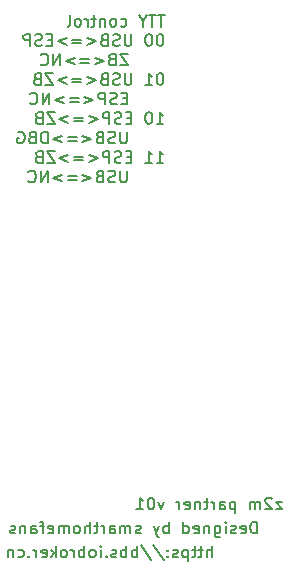
<source format=gbr>
G04 #@! TF.GenerationSoftware,KiCad,Pcbnew,(5.1.4-0-10_14)*
G04 #@! TF.CreationDate,2019-10-28T14:00:27+08:00*
G04 #@! TF.ProjectId,z2m_partner,7a326d5f-7061-4727-946e-65722e6b6963,rev?*
G04 #@! TF.SameCoordinates,Original*
G04 #@! TF.FileFunction,Legend,Bot*
G04 #@! TF.FilePolarity,Positive*
%FSLAX46Y46*%
G04 Gerber Fmt 4.6, Leading zero omitted, Abs format (unit mm)*
G04 Created by KiCad (PCBNEW (5.1.4-0-10_14)) date 2019-10-28 14:00:27*
%MOMM*%
%LPD*%
G04 APERTURE LIST*
%ADD10C,0.150000*%
G04 APERTURE END LIST*
D10*
X189799261Y-79720380D02*
X189227833Y-79720380D01*
X189513547Y-80720380D02*
X189513547Y-79720380D01*
X189037357Y-79720380D02*
X188465928Y-79720380D01*
X188751642Y-80720380D02*
X188751642Y-79720380D01*
X187942119Y-80244190D02*
X187942119Y-80720380D01*
X188275452Y-79720380D02*
X187942119Y-80244190D01*
X187608785Y-79720380D01*
X186084976Y-80672761D02*
X186180214Y-80720380D01*
X186370690Y-80720380D01*
X186465928Y-80672761D01*
X186513547Y-80625142D01*
X186561166Y-80529904D01*
X186561166Y-80244190D01*
X186513547Y-80148952D01*
X186465928Y-80101333D01*
X186370690Y-80053714D01*
X186180214Y-80053714D01*
X186084976Y-80101333D01*
X185513547Y-80720380D02*
X185608785Y-80672761D01*
X185656404Y-80625142D01*
X185704023Y-80529904D01*
X185704023Y-80244190D01*
X185656404Y-80148952D01*
X185608785Y-80101333D01*
X185513547Y-80053714D01*
X185370690Y-80053714D01*
X185275452Y-80101333D01*
X185227833Y-80148952D01*
X185180214Y-80244190D01*
X185180214Y-80529904D01*
X185227833Y-80625142D01*
X185275452Y-80672761D01*
X185370690Y-80720380D01*
X185513547Y-80720380D01*
X184751642Y-80053714D02*
X184751642Y-80720380D01*
X184751642Y-80148952D02*
X184704023Y-80101333D01*
X184608785Y-80053714D01*
X184465928Y-80053714D01*
X184370690Y-80101333D01*
X184323071Y-80196571D01*
X184323071Y-80720380D01*
X183989738Y-80053714D02*
X183608785Y-80053714D01*
X183846880Y-79720380D02*
X183846880Y-80577523D01*
X183799261Y-80672761D01*
X183704023Y-80720380D01*
X183608785Y-80720380D01*
X183275452Y-80720380D02*
X183275452Y-80053714D01*
X183275452Y-80244190D02*
X183227833Y-80148952D01*
X183180214Y-80101333D01*
X183084976Y-80053714D01*
X182989738Y-80053714D01*
X182513547Y-80720380D02*
X182608785Y-80672761D01*
X182656404Y-80625142D01*
X182704023Y-80529904D01*
X182704023Y-80244190D01*
X182656404Y-80148952D01*
X182608785Y-80101333D01*
X182513547Y-80053714D01*
X182370690Y-80053714D01*
X182275452Y-80101333D01*
X182227833Y-80148952D01*
X182180214Y-80244190D01*
X182180214Y-80529904D01*
X182227833Y-80625142D01*
X182275452Y-80672761D01*
X182370690Y-80720380D01*
X182513547Y-80720380D01*
X181608785Y-80720380D02*
X181704023Y-80672761D01*
X181751642Y-80577523D01*
X181751642Y-79720380D01*
X189465928Y-81370380D02*
X189370690Y-81370380D01*
X189275452Y-81418000D01*
X189227833Y-81465619D01*
X189180214Y-81560857D01*
X189132595Y-81751333D01*
X189132595Y-81989428D01*
X189180214Y-82179904D01*
X189227833Y-82275142D01*
X189275452Y-82322761D01*
X189370690Y-82370380D01*
X189465928Y-82370380D01*
X189561166Y-82322761D01*
X189608785Y-82275142D01*
X189656404Y-82179904D01*
X189704023Y-81989428D01*
X189704023Y-81751333D01*
X189656404Y-81560857D01*
X189608785Y-81465619D01*
X189561166Y-81418000D01*
X189465928Y-81370380D01*
X188513547Y-81370380D02*
X188418309Y-81370380D01*
X188323071Y-81418000D01*
X188275452Y-81465619D01*
X188227833Y-81560857D01*
X188180214Y-81751333D01*
X188180214Y-81989428D01*
X188227833Y-82179904D01*
X188275452Y-82275142D01*
X188323071Y-82322761D01*
X188418309Y-82370380D01*
X188513547Y-82370380D01*
X188608785Y-82322761D01*
X188656404Y-82275142D01*
X188704023Y-82179904D01*
X188751642Y-81989428D01*
X188751642Y-81751333D01*
X188704023Y-81560857D01*
X188656404Y-81465619D01*
X188608785Y-81418000D01*
X188513547Y-81370380D01*
X186989738Y-81370380D02*
X186989738Y-82179904D01*
X186942119Y-82275142D01*
X186894500Y-82322761D01*
X186799261Y-82370380D01*
X186608785Y-82370380D01*
X186513547Y-82322761D01*
X186465928Y-82275142D01*
X186418309Y-82179904D01*
X186418309Y-81370380D01*
X185989738Y-82322761D02*
X185846880Y-82370380D01*
X185608785Y-82370380D01*
X185513547Y-82322761D01*
X185465928Y-82275142D01*
X185418309Y-82179904D01*
X185418309Y-82084666D01*
X185465928Y-81989428D01*
X185513547Y-81941809D01*
X185608785Y-81894190D01*
X185799261Y-81846571D01*
X185894500Y-81798952D01*
X185942119Y-81751333D01*
X185989738Y-81656095D01*
X185989738Y-81560857D01*
X185942119Y-81465619D01*
X185894500Y-81418000D01*
X185799261Y-81370380D01*
X185561166Y-81370380D01*
X185418309Y-81418000D01*
X184656404Y-81846571D02*
X184513547Y-81894190D01*
X184465928Y-81941809D01*
X184418309Y-82037047D01*
X184418309Y-82179904D01*
X184465928Y-82275142D01*
X184513547Y-82322761D01*
X184608785Y-82370380D01*
X184989738Y-82370380D01*
X184989738Y-81370380D01*
X184656404Y-81370380D01*
X184561166Y-81418000D01*
X184513547Y-81465619D01*
X184465928Y-81560857D01*
X184465928Y-81656095D01*
X184513547Y-81751333D01*
X184561166Y-81798952D01*
X184656404Y-81846571D01*
X184989738Y-81846571D01*
X183227833Y-81703714D02*
X183989738Y-81989428D01*
X183227833Y-82275142D01*
X182751642Y-81846571D02*
X181989738Y-81846571D01*
X181989738Y-82132285D02*
X182751642Y-82132285D01*
X181513547Y-81703714D02*
X180751642Y-81989428D01*
X181513547Y-82275142D01*
X180275452Y-81846571D02*
X179942119Y-81846571D01*
X179799261Y-82370380D02*
X180275452Y-82370380D01*
X180275452Y-81370380D01*
X179799261Y-81370380D01*
X179418309Y-82322761D02*
X179275452Y-82370380D01*
X179037357Y-82370380D01*
X178942119Y-82322761D01*
X178894500Y-82275142D01*
X178846880Y-82179904D01*
X178846880Y-82084666D01*
X178894500Y-81989428D01*
X178942119Y-81941809D01*
X179037357Y-81894190D01*
X179227833Y-81846571D01*
X179323071Y-81798952D01*
X179370690Y-81751333D01*
X179418309Y-81656095D01*
X179418309Y-81560857D01*
X179370690Y-81465619D01*
X179323071Y-81418000D01*
X179227833Y-81370380D01*
X178989738Y-81370380D01*
X178846880Y-81418000D01*
X178418309Y-82370380D02*
X178418309Y-81370380D01*
X178037357Y-81370380D01*
X177942119Y-81418000D01*
X177894500Y-81465619D01*
X177846880Y-81560857D01*
X177846880Y-81703714D01*
X177894500Y-81798952D01*
X177942119Y-81846571D01*
X178037357Y-81894190D01*
X178418309Y-81894190D01*
X186704023Y-83020380D02*
X186037357Y-83020380D01*
X186704023Y-84020380D01*
X186037357Y-84020380D01*
X185323071Y-83496571D02*
X185180214Y-83544190D01*
X185132595Y-83591809D01*
X185084976Y-83687047D01*
X185084976Y-83829904D01*
X185132595Y-83925142D01*
X185180214Y-83972761D01*
X185275452Y-84020380D01*
X185656404Y-84020380D01*
X185656404Y-83020380D01*
X185323071Y-83020380D01*
X185227833Y-83068000D01*
X185180214Y-83115619D01*
X185132595Y-83210857D01*
X185132595Y-83306095D01*
X185180214Y-83401333D01*
X185227833Y-83448952D01*
X185323071Y-83496571D01*
X185656404Y-83496571D01*
X183894500Y-83353714D02*
X184656404Y-83639428D01*
X183894500Y-83925142D01*
X183418309Y-83496571D02*
X182656404Y-83496571D01*
X182656404Y-83782285D02*
X183418309Y-83782285D01*
X182180214Y-83353714D02*
X181418309Y-83639428D01*
X182180214Y-83925142D01*
X180942119Y-84020380D02*
X180942119Y-83020380D01*
X180370690Y-84020380D01*
X180370690Y-83020380D01*
X179323071Y-83925142D02*
X179370690Y-83972761D01*
X179513547Y-84020380D01*
X179608785Y-84020380D01*
X179751642Y-83972761D01*
X179846880Y-83877523D01*
X179894500Y-83782285D01*
X179942119Y-83591809D01*
X179942119Y-83448952D01*
X179894500Y-83258476D01*
X179846880Y-83163238D01*
X179751642Y-83068000D01*
X179608785Y-83020380D01*
X179513547Y-83020380D01*
X179370690Y-83068000D01*
X179323071Y-83115619D01*
X189465928Y-84670380D02*
X189370690Y-84670380D01*
X189275452Y-84718000D01*
X189227833Y-84765619D01*
X189180214Y-84860857D01*
X189132595Y-85051333D01*
X189132595Y-85289428D01*
X189180214Y-85479904D01*
X189227833Y-85575142D01*
X189275452Y-85622761D01*
X189370690Y-85670380D01*
X189465928Y-85670380D01*
X189561166Y-85622761D01*
X189608785Y-85575142D01*
X189656404Y-85479904D01*
X189704023Y-85289428D01*
X189704023Y-85051333D01*
X189656404Y-84860857D01*
X189608785Y-84765619D01*
X189561166Y-84718000D01*
X189465928Y-84670380D01*
X188180214Y-85670380D02*
X188751642Y-85670380D01*
X188465928Y-85670380D02*
X188465928Y-84670380D01*
X188561166Y-84813238D01*
X188656404Y-84908476D01*
X188751642Y-84956095D01*
X186989738Y-84670380D02*
X186989738Y-85479904D01*
X186942119Y-85575142D01*
X186894500Y-85622761D01*
X186799261Y-85670380D01*
X186608785Y-85670380D01*
X186513547Y-85622761D01*
X186465928Y-85575142D01*
X186418309Y-85479904D01*
X186418309Y-84670380D01*
X185989738Y-85622761D02*
X185846880Y-85670380D01*
X185608785Y-85670380D01*
X185513547Y-85622761D01*
X185465928Y-85575142D01*
X185418309Y-85479904D01*
X185418309Y-85384666D01*
X185465928Y-85289428D01*
X185513547Y-85241809D01*
X185608785Y-85194190D01*
X185799261Y-85146571D01*
X185894500Y-85098952D01*
X185942119Y-85051333D01*
X185989738Y-84956095D01*
X185989738Y-84860857D01*
X185942119Y-84765619D01*
X185894500Y-84718000D01*
X185799261Y-84670380D01*
X185561166Y-84670380D01*
X185418309Y-84718000D01*
X184656404Y-85146571D02*
X184513547Y-85194190D01*
X184465928Y-85241809D01*
X184418309Y-85337047D01*
X184418309Y-85479904D01*
X184465928Y-85575142D01*
X184513547Y-85622761D01*
X184608785Y-85670380D01*
X184989738Y-85670380D01*
X184989738Y-84670380D01*
X184656404Y-84670380D01*
X184561166Y-84718000D01*
X184513547Y-84765619D01*
X184465928Y-84860857D01*
X184465928Y-84956095D01*
X184513547Y-85051333D01*
X184561166Y-85098952D01*
X184656404Y-85146571D01*
X184989738Y-85146571D01*
X183227833Y-85003714D02*
X183989738Y-85289428D01*
X183227833Y-85575142D01*
X182751642Y-85146571D02*
X181989738Y-85146571D01*
X181989738Y-85432285D02*
X182751642Y-85432285D01*
X181513547Y-85003714D02*
X180751642Y-85289428D01*
X181513547Y-85575142D01*
X180370690Y-84670380D02*
X179704023Y-84670380D01*
X180370690Y-85670380D01*
X179704023Y-85670380D01*
X178989738Y-85146571D02*
X178846880Y-85194190D01*
X178799261Y-85241809D01*
X178751642Y-85337047D01*
X178751642Y-85479904D01*
X178799261Y-85575142D01*
X178846880Y-85622761D01*
X178942119Y-85670380D01*
X179323071Y-85670380D01*
X179323071Y-84670380D01*
X178989738Y-84670380D01*
X178894500Y-84718000D01*
X178846880Y-84765619D01*
X178799261Y-84860857D01*
X178799261Y-84956095D01*
X178846880Y-85051333D01*
X178894500Y-85098952D01*
X178989738Y-85146571D01*
X179323071Y-85146571D01*
X186608785Y-86796571D02*
X186275452Y-86796571D01*
X186132595Y-87320380D02*
X186608785Y-87320380D01*
X186608785Y-86320380D01*
X186132595Y-86320380D01*
X185751642Y-87272761D02*
X185608785Y-87320380D01*
X185370690Y-87320380D01*
X185275452Y-87272761D01*
X185227833Y-87225142D01*
X185180214Y-87129904D01*
X185180214Y-87034666D01*
X185227833Y-86939428D01*
X185275452Y-86891809D01*
X185370690Y-86844190D01*
X185561166Y-86796571D01*
X185656404Y-86748952D01*
X185704023Y-86701333D01*
X185751642Y-86606095D01*
X185751642Y-86510857D01*
X185704023Y-86415619D01*
X185656404Y-86368000D01*
X185561166Y-86320380D01*
X185323071Y-86320380D01*
X185180214Y-86368000D01*
X184751642Y-87320380D02*
X184751642Y-86320380D01*
X184370690Y-86320380D01*
X184275452Y-86368000D01*
X184227833Y-86415619D01*
X184180214Y-86510857D01*
X184180214Y-86653714D01*
X184227833Y-86748952D01*
X184275452Y-86796571D01*
X184370690Y-86844190D01*
X184751642Y-86844190D01*
X182989738Y-86653714D02*
X183751642Y-86939428D01*
X182989738Y-87225142D01*
X182513547Y-86796571D02*
X181751642Y-86796571D01*
X181751642Y-87082285D02*
X182513547Y-87082285D01*
X181275452Y-86653714D02*
X180513547Y-86939428D01*
X181275452Y-87225142D01*
X180037357Y-87320380D02*
X180037357Y-86320380D01*
X179465928Y-87320380D01*
X179465928Y-86320380D01*
X178418309Y-87225142D02*
X178465928Y-87272761D01*
X178608785Y-87320380D01*
X178704023Y-87320380D01*
X178846880Y-87272761D01*
X178942119Y-87177523D01*
X178989738Y-87082285D01*
X179037357Y-86891809D01*
X179037357Y-86748952D01*
X178989738Y-86558476D01*
X178942119Y-86463238D01*
X178846880Y-86368000D01*
X178704023Y-86320380D01*
X178608785Y-86320380D01*
X178465928Y-86368000D01*
X178418309Y-86415619D01*
X189132595Y-88970380D02*
X189704023Y-88970380D01*
X189418309Y-88970380D02*
X189418309Y-87970380D01*
X189513547Y-88113238D01*
X189608785Y-88208476D01*
X189704023Y-88256095D01*
X188513547Y-87970380D02*
X188418309Y-87970380D01*
X188323071Y-88018000D01*
X188275452Y-88065619D01*
X188227833Y-88160857D01*
X188180214Y-88351333D01*
X188180214Y-88589428D01*
X188227833Y-88779904D01*
X188275452Y-88875142D01*
X188323071Y-88922761D01*
X188418309Y-88970380D01*
X188513547Y-88970380D01*
X188608785Y-88922761D01*
X188656404Y-88875142D01*
X188704023Y-88779904D01*
X188751642Y-88589428D01*
X188751642Y-88351333D01*
X188704023Y-88160857D01*
X188656404Y-88065619D01*
X188608785Y-88018000D01*
X188513547Y-87970380D01*
X186989738Y-88446571D02*
X186656404Y-88446571D01*
X186513547Y-88970380D02*
X186989738Y-88970380D01*
X186989738Y-87970380D01*
X186513547Y-87970380D01*
X186132595Y-88922761D02*
X185989738Y-88970380D01*
X185751642Y-88970380D01*
X185656404Y-88922761D01*
X185608785Y-88875142D01*
X185561166Y-88779904D01*
X185561166Y-88684666D01*
X185608785Y-88589428D01*
X185656404Y-88541809D01*
X185751642Y-88494190D01*
X185942119Y-88446571D01*
X186037357Y-88398952D01*
X186084976Y-88351333D01*
X186132595Y-88256095D01*
X186132595Y-88160857D01*
X186084976Y-88065619D01*
X186037357Y-88018000D01*
X185942119Y-87970380D01*
X185704023Y-87970380D01*
X185561166Y-88018000D01*
X185132595Y-88970380D02*
X185132595Y-87970380D01*
X184751642Y-87970380D01*
X184656404Y-88018000D01*
X184608785Y-88065619D01*
X184561166Y-88160857D01*
X184561166Y-88303714D01*
X184608785Y-88398952D01*
X184656404Y-88446571D01*
X184751642Y-88494190D01*
X185132595Y-88494190D01*
X183370690Y-88303714D02*
X184132595Y-88589428D01*
X183370690Y-88875142D01*
X182894500Y-88446571D02*
X182132595Y-88446571D01*
X182132595Y-88732285D02*
X182894500Y-88732285D01*
X181656404Y-88303714D02*
X180894500Y-88589428D01*
X181656404Y-88875142D01*
X180513547Y-87970380D02*
X179846880Y-87970380D01*
X180513547Y-88970380D01*
X179846880Y-88970380D01*
X179132595Y-88446571D02*
X178989738Y-88494190D01*
X178942119Y-88541809D01*
X178894500Y-88637047D01*
X178894500Y-88779904D01*
X178942119Y-88875142D01*
X178989738Y-88922761D01*
X179084976Y-88970380D01*
X179465928Y-88970380D01*
X179465928Y-87970380D01*
X179132595Y-87970380D01*
X179037357Y-88018000D01*
X178989738Y-88065619D01*
X178942119Y-88160857D01*
X178942119Y-88256095D01*
X178989738Y-88351333D01*
X179037357Y-88398952D01*
X179132595Y-88446571D01*
X179465928Y-88446571D01*
X186608785Y-89620380D02*
X186608785Y-90429904D01*
X186561166Y-90525142D01*
X186513547Y-90572761D01*
X186418309Y-90620380D01*
X186227833Y-90620380D01*
X186132595Y-90572761D01*
X186084976Y-90525142D01*
X186037357Y-90429904D01*
X186037357Y-89620380D01*
X185608785Y-90572761D02*
X185465928Y-90620380D01*
X185227833Y-90620380D01*
X185132595Y-90572761D01*
X185084976Y-90525142D01*
X185037357Y-90429904D01*
X185037357Y-90334666D01*
X185084976Y-90239428D01*
X185132595Y-90191809D01*
X185227833Y-90144190D01*
X185418309Y-90096571D01*
X185513547Y-90048952D01*
X185561166Y-90001333D01*
X185608785Y-89906095D01*
X185608785Y-89810857D01*
X185561166Y-89715619D01*
X185513547Y-89668000D01*
X185418309Y-89620380D01*
X185180214Y-89620380D01*
X185037357Y-89668000D01*
X184275452Y-90096571D02*
X184132595Y-90144190D01*
X184084976Y-90191809D01*
X184037357Y-90287047D01*
X184037357Y-90429904D01*
X184084976Y-90525142D01*
X184132595Y-90572761D01*
X184227833Y-90620380D01*
X184608785Y-90620380D01*
X184608785Y-89620380D01*
X184275452Y-89620380D01*
X184180214Y-89668000D01*
X184132595Y-89715619D01*
X184084976Y-89810857D01*
X184084976Y-89906095D01*
X184132595Y-90001333D01*
X184180214Y-90048952D01*
X184275452Y-90096571D01*
X184608785Y-90096571D01*
X182846880Y-89953714D02*
X183608785Y-90239428D01*
X182846880Y-90525142D01*
X182370690Y-90096571D02*
X181608785Y-90096571D01*
X181608785Y-90382285D02*
X182370690Y-90382285D01*
X181132595Y-89953714D02*
X180370690Y-90239428D01*
X181132595Y-90525142D01*
X179894500Y-90620380D02*
X179894500Y-89620380D01*
X179656404Y-89620380D01*
X179513547Y-89668000D01*
X179418309Y-89763238D01*
X179370690Y-89858476D01*
X179323071Y-90048952D01*
X179323071Y-90191809D01*
X179370690Y-90382285D01*
X179418309Y-90477523D01*
X179513547Y-90572761D01*
X179656404Y-90620380D01*
X179894500Y-90620380D01*
X178561166Y-90096571D02*
X178418309Y-90144190D01*
X178370690Y-90191809D01*
X178323071Y-90287047D01*
X178323071Y-90429904D01*
X178370690Y-90525142D01*
X178418309Y-90572761D01*
X178513547Y-90620380D01*
X178894500Y-90620380D01*
X178894500Y-89620380D01*
X178561166Y-89620380D01*
X178465928Y-89668000D01*
X178418309Y-89715619D01*
X178370690Y-89810857D01*
X178370690Y-89906095D01*
X178418309Y-90001333D01*
X178465928Y-90048952D01*
X178561166Y-90096571D01*
X178894500Y-90096571D01*
X177370690Y-89668000D02*
X177465928Y-89620380D01*
X177608785Y-89620380D01*
X177751642Y-89668000D01*
X177846880Y-89763238D01*
X177894500Y-89858476D01*
X177942119Y-90048952D01*
X177942119Y-90191809D01*
X177894500Y-90382285D01*
X177846880Y-90477523D01*
X177751642Y-90572761D01*
X177608785Y-90620380D01*
X177513547Y-90620380D01*
X177370690Y-90572761D01*
X177323071Y-90525142D01*
X177323071Y-90191809D01*
X177513547Y-90191809D01*
X189132595Y-92270380D02*
X189704023Y-92270380D01*
X189418309Y-92270380D02*
X189418309Y-91270380D01*
X189513547Y-91413238D01*
X189608785Y-91508476D01*
X189704023Y-91556095D01*
X188180214Y-92270380D02*
X188751642Y-92270380D01*
X188465928Y-92270380D02*
X188465928Y-91270380D01*
X188561166Y-91413238D01*
X188656404Y-91508476D01*
X188751642Y-91556095D01*
X186989738Y-91746571D02*
X186656404Y-91746571D01*
X186513547Y-92270380D02*
X186989738Y-92270380D01*
X186989738Y-91270380D01*
X186513547Y-91270380D01*
X186132595Y-92222761D02*
X185989738Y-92270380D01*
X185751642Y-92270380D01*
X185656404Y-92222761D01*
X185608785Y-92175142D01*
X185561166Y-92079904D01*
X185561166Y-91984666D01*
X185608785Y-91889428D01*
X185656404Y-91841809D01*
X185751642Y-91794190D01*
X185942119Y-91746571D01*
X186037357Y-91698952D01*
X186084976Y-91651333D01*
X186132595Y-91556095D01*
X186132595Y-91460857D01*
X186084976Y-91365619D01*
X186037357Y-91318000D01*
X185942119Y-91270380D01*
X185704023Y-91270380D01*
X185561166Y-91318000D01*
X185132595Y-92270380D02*
X185132595Y-91270380D01*
X184751642Y-91270380D01*
X184656404Y-91318000D01*
X184608785Y-91365619D01*
X184561166Y-91460857D01*
X184561166Y-91603714D01*
X184608785Y-91698952D01*
X184656404Y-91746571D01*
X184751642Y-91794190D01*
X185132595Y-91794190D01*
X183370690Y-91603714D02*
X184132595Y-91889428D01*
X183370690Y-92175142D01*
X182894500Y-91746571D02*
X182132595Y-91746571D01*
X182132595Y-92032285D02*
X182894500Y-92032285D01*
X181656404Y-91603714D02*
X180894500Y-91889428D01*
X181656404Y-92175142D01*
X180513547Y-91270380D02*
X179846880Y-91270380D01*
X180513547Y-92270380D01*
X179846880Y-92270380D01*
X179132595Y-91746571D02*
X178989738Y-91794190D01*
X178942119Y-91841809D01*
X178894500Y-91937047D01*
X178894500Y-92079904D01*
X178942119Y-92175142D01*
X178989738Y-92222761D01*
X179084976Y-92270380D01*
X179465928Y-92270380D01*
X179465928Y-91270380D01*
X179132595Y-91270380D01*
X179037357Y-91318000D01*
X178989738Y-91365619D01*
X178942119Y-91460857D01*
X178942119Y-91556095D01*
X178989738Y-91651333D01*
X179037357Y-91698952D01*
X179132595Y-91746571D01*
X179465928Y-91746571D01*
X186608785Y-92920380D02*
X186608785Y-93729904D01*
X186561166Y-93825142D01*
X186513547Y-93872761D01*
X186418309Y-93920380D01*
X186227833Y-93920380D01*
X186132595Y-93872761D01*
X186084976Y-93825142D01*
X186037357Y-93729904D01*
X186037357Y-92920380D01*
X185608785Y-93872761D02*
X185465928Y-93920380D01*
X185227833Y-93920380D01*
X185132595Y-93872761D01*
X185084976Y-93825142D01*
X185037357Y-93729904D01*
X185037357Y-93634666D01*
X185084976Y-93539428D01*
X185132595Y-93491809D01*
X185227833Y-93444190D01*
X185418309Y-93396571D01*
X185513547Y-93348952D01*
X185561166Y-93301333D01*
X185608785Y-93206095D01*
X185608785Y-93110857D01*
X185561166Y-93015619D01*
X185513547Y-92968000D01*
X185418309Y-92920380D01*
X185180214Y-92920380D01*
X185037357Y-92968000D01*
X184275452Y-93396571D02*
X184132595Y-93444190D01*
X184084976Y-93491809D01*
X184037357Y-93587047D01*
X184037357Y-93729904D01*
X184084976Y-93825142D01*
X184132595Y-93872761D01*
X184227833Y-93920380D01*
X184608785Y-93920380D01*
X184608785Y-92920380D01*
X184275452Y-92920380D01*
X184180214Y-92968000D01*
X184132595Y-93015619D01*
X184084976Y-93110857D01*
X184084976Y-93206095D01*
X184132595Y-93301333D01*
X184180214Y-93348952D01*
X184275452Y-93396571D01*
X184608785Y-93396571D01*
X182846880Y-93253714D02*
X183608785Y-93539428D01*
X182846880Y-93825142D01*
X182370690Y-93396571D02*
X181608785Y-93396571D01*
X181608785Y-93682285D02*
X182370690Y-93682285D01*
X181132595Y-93253714D02*
X180370690Y-93539428D01*
X181132595Y-93825142D01*
X179894500Y-93920380D02*
X179894500Y-92920380D01*
X179323071Y-93920380D01*
X179323071Y-92920380D01*
X178275452Y-93825142D02*
X178323071Y-93872761D01*
X178465928Y-93920380D01*
X178561166Y-93920380D01*
X178704023Y-93872761D01*
X178799261Y-93777523D01*
X178846880Y-93682285D01*
X178894500Y-93491809D01*
X178894500Y-93348952D01*
X178846880Y-93158476D01*
X178799261Y-93063238D01*
X178704023Y-92968000D01*
X178561166Y-92920380D01*
X178465928Y-92920380D01*
X178323071Y-92968000D01*
X178275452Y-93015619D01*
X193808857Y-125674380D02*
X193808857Y-124674380D01*
X193380285Y-125674380D02*
X193380285Y-125150571D01*
X193427904Y-125055333D01*
X193523142Y-125007714D01*
X193666000Y-125007714D01*
X193761238Y-125055333D01*
X193808857Y-125102952D01*
X193046952Y-125007714D02*
X192666000Y-125007714D01*
X192904095Y-124674380D02*
X192904095Y-125531523D01*
X192856476Y-125626761D01*
X192761238Y-125674380D01*
X192666000Y-125674380D01*
X192475523Y-125007714D02*
X192094571Y-125007714D01*
X192332666Y-124674380D02*
X192332666Y-125531523D01*
X192285047Y-125626761D01*
X192189809Y-125674380D01*
X192094571Y-125674380D01*
X191761238Y-125007714D02*
X191761238Y-126007714D01*
X191761238Y-125055333D02*
X191666000Y-125007714D01*
X191475523Y-125007714D01*
X191380285Y-125055333D01*
X191332666Y-125102952D01*
X191285047Y-125198190D01*
X191285047Y-125483904D01*
X191332666Y-125579142D01*
X191380285Y-125626761D01*
X191475523Y-125674380D01*
X191666000Y-125674380D01*
X191761238Y-125626761D01*
X190904095Y-125626761D02*
X190808857Y-125674380D01*
X190618380Y-125674380D01*
X190523142Y-125626761D01*
X190475523Y-125531523D01*
X190475523Y-125483904D01*
X190523142Y-125388666D01*
X190618380Y-125341047D01*
X190761238Y-125341047D01*
X190856476Y-125293428D01*
X190904095Y-125198190D01*
X190904095Y-125150571D01*
X190856476Y-125055333D01*
X190761238Y-125007714D01*
X190618380Y-125007714D01*
X190523142Y-125055333D01*
X190046952Y-125579142D02*
X189999333Y-125626761D01*
X190046952Y-125674380D01*
X190094571Y-125626761D01*
X190046952Y-125579142D01*
X190046952Y-125674380D01*
X190046952Y-125055333D02*
X189999333Y-125102952D01*
X190046952Y-125150571D01*
X190094571Y-125102952D01*
X190046952Y-125055333D01*
X190046952Y-125150571D01*
X188856476Y-124626761D02*
X189713619Y-125912476D01*
X187808857Y-124626761D02*
X188666000Y-125912476D01*
X187475523Y-125674380D02*
X187475523Y-124674380D01*
X187475523Y-125055333D02*
X187380285Y-125007714D01*
X187189809Y-125007714D01*
X187094571Y-125055333D01*
X187046952Y-125102952D01*
X186999333Y-125198190D01*
X186999333Y-125483904D01*
X187046952Y-125579142D01*
X187094571Y-125626761D01*
X187189809Y-125674380D01*
X187380285Y-125674380D01*
X187475523Y-125626761D01*
X186570761Y-125674380D02*
X186570761Y-124674380D01*
X186570761Y-125055333D02*
X186475523Y-125007714D01*
X186285047Y-125007714D01*
X186189809Y-125055333D01*
X186142190Y-125102952D01*
X186094571Y-125198190D01*
X186094571Y-125483904D01*
X186142190Y-125579142D01*
X186189809Y-125626761D01*
X186285047Y-125674380D01*
X186475523Y-125674380D01*
X186570761Y-125626761D01*
X185713619Y-125626761D02*
X185618380Y-125674380D01*
X185427904Y-125674380D01*
X185332666Y-125626761D01*
X185285047Y-125531523D01*
X185285047Y-125483904D01*
X185332666Y-125388666D01*
X185427904Y-125341047D01*
X185570761Y-125341047D01*
X185666000Y-125293428D01*
X185713619Y-125198190D01*
X185713619Y-125150571D01*
X185666000Y-125055333D01*
X185570761Y-125007714D01*
X185427904Y-125007714D01*
X185332666Y-125055333D01*
X184856476Y-125579142D02*
X184808857Y-125626761D01*
X184856476Y-125674380D01*
X184904095Y-125626761D01*
X184856476Y-125579142D01*
X184856476Y-125674380D01*
X184380285Y-125674380D02*
X184380285Y-125007714D01*
X184380285Y-124674380D02*
X184427904Y-124722000D01*
X184380285Y-124769619D01*
X184332666Y-124722000D01*
X184380285Y-124674380D01*
X184380285Y-124769619D01*
X183761238Y-125674380D02*
X183856476Y-125626761D01*
X183904095Y-125579142D01*
X183951714Y-125483904D01*
X183951714Y-125198190D01*
X183904095Y-125102952D01*
X183856476Y-125055333D01*
X183761238Y-125007714D01*
X183618380Y-125007714D01*
X183523142Y-125055333D01*
X183475523Y-125102952D01*
X183427904Y-125198190D01*
X183427904Y-125483904D01*
X183475523Y-125579142D01*
X183523142Y-125626761D01*
X183618380Y-125674380D01*
X183761238Y-125674380D01*
X182999333Y-125674380D02*
X182999333Y-124674380D01*
X182999333Y-125055333D02*
X182904095Y-125007714D01*
X182713619Y-125007714D01*
X182618380Y-125055333D01*
X182570761Y-125102952D01*
X182523142Y-125198190D01*
X182523142Y-125483904D01*
X182570761Y-125579142D01*
X182618380Y-125626761D01*
X182713619Y-125674380D01*
X182904095Y-125674380D01*
X182999333Y-125626761D01*
X182094571Y-125674380D02*
X182094571Y-125007714D01*
X182094571Y-125198190D02*
X182046952Y-125102952D01*
X181999333Y-125055333D01*
X181904095Y-125007714D01*
X181808857Y-125007714D01*
X181332666Y-125674380D02*
X181427904Y-125626761D01*
X181475523Y-125579142D01*
X181523142Y-125483904D01*
X181523142Y-125198190D01*
X181475523Y-125102952D01*
X181427904Y-125055333D01*
X181332666Y-125007714D01*
X181189809Y-125007714D01*
X181094571Y-125055333D01*
X181046952Y-125102952D01*
X180999333Y-125198190D01*
X180999333Y-125483904D01*
X181046952Y-125579142D01*
X181094571Y-125626761D01*
X181189809Y-125674380D01*
X181332666Y-125674380D01*
X180570761Y-125674380D02*
X180570761Y-124674380D01*
X180475523Y-125293428D02*
X180189809Y-125674380D01*
X180189809Y-125007714D02*
X180570761Y-125388666D01*
X179380285Y-125626761D02*
X179475523Y-125674380D01*
X179666000Y-125674380D01*
X179761238Y-125626761D01*
X179808857Y-125531523D01*
X179808857Y-125150571D01*
X179761238Y-125055333D01*
X179666000Y-125007714D01*
X179475523Y-125007714D01*
X179380285Y-125055333D01*
X179332666Y-125150571D01*
X179332666Y-125245809D01*
X179808857Y-125341047D01*
X178904095Y-125674380D02*
X178904095Y-125007714D01*
X178904095Y-125198190D02*
X178856476Y-125102952D01*
X178808857Y-125055333D01*
X178713619Y-125007714D01*
X178618380Y-125007714D01*
X178285047Y-125579142D02*
X178237428Y-125626761D01*
X178285047Y-125674380D01*
X178332666Y-125626761D01*
X178285047Y-125579142D01*
X178285047Y-125674380D01*
X177380285Y-125626761D02*
X177475523Y-125674380D01*
X177666000Y-125674380D01*
X177761238Y-125626761D01*
X177808857Y-125579142D01*
X177856476Y-125483904D01*
X177856476Y-125198190D01*
X177808857Y-125102952D01*
X177761238Y-125055333D01*
X177666000Y-125007714D01*
X177475523Y-125007714D01*
X177380285Y-125055333D01*
X176951714Y-125007714D02*
X176951714Y-125674380D01*
X176951714Y-125102952D02*
X176904095Y-125055333D01*
X176808857Y-125007714D01*
X176666000Y-125007714D01*
X176570761Y-125055333D01*
X176523142Y-125150571D01*
X176523142Y-125674380D01*
X197626571Y-123642380D02*
X197626571Y-122642380D01*
X197388476Y-122642380D01*
X197245619Y-122690000D01*
X197150380Y-122785238D01*
X197102761Y-122880476D01*
X197055142Y-123070952D01*
X197055142Y-123213809D01*
X197102761Y-123404285D01*
X197150380Y-123499523D01*
X197245619Y-123594761D01*
X197388476Y-123642380D01*
X197626571Y-123642380D01*
X196245619Y-123594761D02*
X196340857Y-123642380D01*
X196531333Y-123642380D01*
X196626571Y-123594761D01*
X196674190Y-123499523D01*
X196674190Y-123118571D01*
X196626571Y-123023333D01*
X196531333Y-122975714D01*
X196340857Y-122975714D01*
X196245619Y-123023333D01*
X196198000Y-123118571D01*
X196198000Y-123213809D01*
X196674190Y-123309047D01*
X195817047Y-123594761D02*
X195721809Y-123642380D01*
X195531333Y-123642380D01*
X195436095Y-123594761D01*
X195388476Y-123499523D01*
X195388476Y-123451904D01*
X195436095Y-123356666D01*
X195531333Y-123309047D01*
X195674190Y-123309047D01*
X195769428Y-123261428D01*
X195817047Y-123166190D01*
X195817047Y-123118571D01*
X195769428Y-123023333D01*
X195674190Y-122975714D01*
X195531333Y-122975714D01*
X195436095Y-123023333D01*
X194959904Y-123642380D02*
X194959904Y-122975714D01*
X194959904Y-122642380D02*
X195007523Y-122690000D01*
X194959904Y-122737619D01*
X194912285Y-122690000D01*
X194959904Y-122642380D01*
X194959904Y-122737619D01*
X194055142Y-122975714D02*
X194055142Y-123785238D01*
X194102761Y-123880476D01*
X194150380Y-123928095D01*
X194245619Y-123975714D01*
X194388476Y-123975714D01*
X194483714Y-123928095D01*
X194055142Y-123594761D02*
X194150380Y-123642380D01*
X194340857Y-123642380D01*
X194436095Y-123594761D01*
X194483714Y-123547142D01*
X194531333Y-123451904D01*
X194531333Y-123166190D01*
X194483714Y-123070952D01*
X194436095Y-123023333D01*
X194340857Y-122975714D01*
X194150380Y-122975714D01*
X194055142Y-123023333D01*
X193578952Y-122975714D02*
X193578952Y-123642380D01*
X193578952Y-123070952D02*
X193531333Y-123023333D01*
X193436095Y-122975714D01*
X193293238Y-122975714D01*
X193198000Y-123023333D01*
X193150380Y-123118571D01*
X193150380Y-123642380D01*
X192293238Y-123594761D02*
X192388476Y-123642380D01*
X192578952Y-123642380D01*
X192674190Y-123594761D01*
X192721809Y-123499523D01*
X192721809Y-123118571D01*
X192674190Y-123023333D01*
X192578952Y-122975714D01*
X192388476Y-122975714D01*
X192293238Y-123023333D01*
X192245619Y-123118571D01*
X192245619Y-123213809D01*
X192721809Y-123309047D01*
X191388476Y-123642380D02*
X191388476Y-122642380D01*
X191388476Y-123594761D02*
X191483714Y-123642380D01*
X191674190Y-123642380D01*
X191769428Y-123594761D01*
X191817047Y-123547142D01*
X191864666Y-123451904D01*
X191864666Y-123166190D01*
X191817047Y-123070952D01*
X191769428Y-123023333D01*
X191674190Y-122975714D01*
X191483714Y-122975714D01*
X191388476Y-123023333D01*
X190150380Y-123642380D02*
X190150380Y-122642380D01*
X190150380Y-123023333D02*
X190055142Y-122975714D01*
X189864666Y-122975714D01*
X189769428Y-123023333D01*
X189721809Y-123070952D01*
X189674190Y-123166190D01*
X189674190Y-123451904D01*
X189721809Y-123547142D01*
X189769428Y-123594761D01*
X189864666Y-123642380D01*
X190055142Y-123642380D01*
X190150380Y-123594761D01*
X189340857Y-122975714D02*
X189102761Y-123642380D01*
X188864666Y-122975714D02*
X189102761Y-123642380D01*
X189198000Y-123880476D01*
X189245619Y-123928095D01*
X189340857Y-123975714D01*
X187769428Y-123594761D02*
X187674190Y-123642380D01*
X187483714Y-123642380D01*
X187388476Y-123594761D01*
X187340857Y-123499523D01*
X187340857Y-123451904D01*
X187388476Y-123356666D01*
X187483714Y-123309047D01*
X187626571Y-123309047D01*
X187721809Y-123261428D01*
X187769428Y-123166190D01*
X187769428Y-123118571D01*
X187721809Y-123023333D01*
X187626571Y-122975714D01*
X187483714Y-122975714D01*
X187388476Y-123023333D01*
X186912285Y-123642380D02*
X186912285Y-122975714D01*
X186912285Y-123070952D02*
X186864666Y-123023333D01*
X186769428Y-122975714D01*
X186626571Y-122975714D01*
X186531333Y-123023333D01*
X186483714Y-123118571D01*
X186483714Y-123642380D01*
X186483714Y-123118571D02*
X186436095Y-123023333D01*
X186340857Y-122975714D01*
X186198000Y-122975714D01*
X186102761Y-123023333D01*
X186055142Y-123118571D01*
X186055142Y-123642380D01*
X185150380Y-123642380D02*
X185150380Y-123118571D01*
X185198000Y-123023333D01*
X185293238Y-122975714D01*
X185483714Y-122975714D01*
X185578952Y-123023333D01*
X185150380Y-123594761D02*
X185245619Y-123642380D01*
X185483714Y-123642380D01*
X185578952Y-123594761D01*
X185626571Y-123499523D01*
X185626571Y-123404285D01*
X185578952Y-123309047D01*
X185483714Y-123261428D01*
X185245619Y-123261428D01*
X185150380Y-123213809D01*
X184674190Y-123642380D02*
X184674190Y-122975714D01*
X184674190Y-123166190D02*
X184626571Y-123070952D01*
X184578952Y-123023333D01*
X184483714Y-122975714D01*
X184388476Y-122975714D01*
X184198000Y-122975714D02*
X183817047Y-122975714D01*
X184055142Y-122642380D02*
X184055142Y-123499523D01*
X184007523Y-123594761D01*
X183912285Y-123642380D01*
X183817047Y-123642380D01*
X183483714Y-123642380D02*
X183483714Y-122642380D01*
X183055142Y-123642380D02*
X183055142Y-123118571D01*
X183102761Y-123023333D01*
X183198000Y-122975714D01*
X183340857Y-122975714D01*
X183436095Y-123023333D01*
X183483714Y-123070952D01*
X182436095Y-123642380D02*
X182531333Y-123594761D01*
X182578952Y-123547142D01*
X182626571Y-123451904D01*
X182626571Y-123166190D01*
X182578952Y-123070952D01*
X182531333Y-123023333D01*
X182436095Y-122975714D01*
X182293238Y-122975714D01*
X182198000Y-123023333D01*
X182150380Y-123070952D01*
X182102761Y-123166190D01*
X182102761Y-123451904D01*
X182150380Y-123547142D01*
X182198000Y-123594761D01*
X182293238Y-123642380D01*
X182436095Y-123642380D01*
X181674190Y-123642380D02*
X181674190Y-122975714D01*
X181674190Y-123070952D02*
X181626571Y-123023333D01*
X181531333Y-122975714D01*
X181388476Y-122975714D01*
X181293238Y-123023333D01*
X181245619Y-123118571D01*
X181245619Y-123642380D01*
X181245619Y-123118571D02*
X181198000Y-123023333D01*
X181102761Y-122975714D01*
X180959904Y-122975714D01*
X180864666Y-123023333D01*
X180817047Y-123118571D01*
X180817047Y-123642380D01*
X179959904Y-123594761D02*
X180055142Y-123642380D01*
X180245619Y-123642380D01*
X180340857Y-123594761D01*
X180388476Y-123499523D01*
X180388476Y-123118571D01*
X180340857Y-123023333D01*
X180245619Y-122975714D01*
X180055142Y-122975714D01*
X179959904Y-123023333D01*
X179912285Y-123118571D01*
X179912285Y-123213809D01*
X180388476Y-123309047D01*
X179626571Y-122975714D02*
X179245619Y-122975714D01*
X179483714Y-123642380D02*
X179483714Y-122785238D01*
X179436095Y-122690000D01*
X179340857Y-122642380D01*
X179245619Y-122642380D01*
X178483714Y-123642380D02*
X178483714Y-123118571D01*
X178531333Y-123023333D01*
X178626571Y-122975714D01*
X178817047Y-122975714D01*
X178912285Y-123023333D01*
X178483714Y-123594761D02*
X178578952Y-123642380D01*
X178817047Y-123642380D01*
X178912285Y-123594761D01*
X178959904Y-123499523D01*
X178959904Y-123404285D01*
X178912285Y-123309047D01*
X178817047Y-123261428D01*
X178578952Y-123261428D01*
X178483714Y-123213809D01*
X178007523Y-122975714D02*
X178007523Y-123642380D01*
X178007523Y-123070952D02*
X177959904Y-123023333D01*
X177864666Y-122975714D01*
X177721809Y-122975714D01*
X177626571Y-123023333D01*
X177578952Y-123118571D01*
X177578952Y-123642380D01*
X177150380Y-123594761D02*
X177055142Y-123642380D01*
X176864666Y-123642380D01*
X176769428Y-123594761D01*
X176721809Y-123499523D01*
X176721809Y-123451904D01*
X176769428Y-123356666D01*
X176864666Y-123309047D01*
X177007523Y-123309047D01*
X177102761Y-123261428D01*
X177150380Y-123166190D01*
X177150380Y-123118571D01*
X177102761Y-123023333D01*
X177007523Y-122975714D01*
X176864666Y-122975714D01*
X176769428Y-123023333D01*
X199738476Y-120943714D02*
X199214666Y-120943714D01*
X199738476Y-121610380D01*
X199214666Y-121610380D01*
X198881333Y-120705619D02*
X198833714Y-120658000D01*
X198738476Y-120610380D01*
X198500380Y-120610380D01*
X198405142Y-120658000D01*
X198357523Y-120705619D01*
X198309904Y-120800857D01*
X198309904Y-120896095D01*
X198357523Y-121038952D01*
X198928952Y-121610380D01*
X198309904Y-121610380D01*
X197881333Y-121610380D02*
X197881333Y-120943714D01*
X197881333Y-121038952D02*
X197833714Y-120991333D01*
X197738476Y-120943714D01*
X197595619Y-120943714D01*
X197500380Y-120991333D01*
X197452761Y-121086571D01*
X197452761Y-121610380D01*
X197452761Y-121086571D02*
X197405142Y-120991333D01*
X197309904Y-120943714D01*
X197167047Y-120943714D01*
X197071809Y-120991333D01*
X197024190Y-121086571D01*
X197024190Y-121610380D01*
X195786095Y-120943714D02*
X195786095Y-121943714D01*
X195786095Y-120991333D02*
X195690857Y-120943714D01*
X195500380Y-120943714D01*
X195405142Y-120991333D01*
X195357523Y-121038952D01*
X195309904Y-121134190D01*
X195309904Y-121419904D01*
X195357523Y-121515142D01*
X195405142Y-121562761D01*
X195500380Y-121610380D01*
X195690857Y-121610380D01*
X195786095Y-121562761D01*
X194452761Y-121610380D02*
X194452761Y-121086571D01*
X194500380Y-120991333D01*
X194595619Y-120943714D01*
X194786095Y-120943714D01*
X194881333Y-120991333D01*
X194452761Y-121562761D02*
X194548000Y-121610380D01*
X194786095Y-121610380D01*
X194881333Y-121562761D01*
X194928952Y-121467523D01*
X194928952Y-121372285D01*
X194881333Y-121277047D01*
X194786095Y-121229428D01*
X194548000Y-121229428D01*
X194452761Y-121181809D01*
X193976571Y-121610380D02*
X193976571Y-120943714D01*
X193976571Y-121134190D02*
X193928952Y-121038952D01*
X193881333Y-120991333D01*
X193786095Y-120943714D01*
X193690857Y-120943714D01*
X193500380Y-120943714D02*
X193119428Y-120943714D01*
X193357523Y-120610380D02*
X193357523Y-121467523D01*
X193309904Y-121562761D01*
X193214666Y-121610380D01*
X193119428Y-121610380D01*
X192786095Y-120943714D02*
X192786095Y-121610380D01*
X192786095Y-121038952D02*
X192738476Y-120991333D01*
X192643238Y-120943714D01*
X192500380Y-120943714D01*
X192405142Y-120991333D01*
X192357523Y-121086571D01*
X192357523Y-121610380D01*
X191500380Y-121562761D02*
X191595619Y-121610380D01*
X191786095Y-121610380D01*
X191881333Y-121562761D01*
X191928952Y-121467523D01*
X191928952Y-121086571D01*
X191881333Y-120991333D01*
X191786095Y-120943714D01*
X191595619Y-120943714D01*
X191500380Y-120991333D01*
X191452761Y-121086571D01*
X191452761Y-121181809D01*
X191928952Y-121277047D01*
X191024190Y-121610380D02*
X191024190Y-120943714D01*
X191024190Y-121134190D02*
X190976571Y-121038952D01*
X190928952Y-120991333D01*
X190833714Y-120943714D01*
X190738476Y-120943714D01*
X189738476Y-120943714D02*
X189500380Y-121610380D01*
X189262285Y-120943714D01*
X188690857Y-120610380D02*
X188595619Y-120610380D01*
X188500380Y-120658000D01*
X188452761Y-120705619D01*
X188405142Y-120800857D01*
X188357523Y-120991333D01*
X188357523Y-121229428D01*
X188405142Y-121419904D01*
X188452761Y-121515142D01*
X188500380Y-121562761D01*
X188595619Y-121610380D01*
X188690857Y-121610380D01*
X188786095Y-121562761D01*
X188833714Y-121515142D01*
X188881333Y-121419904D01*
X188928952Y-121229428D01*
X188928952Y-120991333D01*
X188881333Y-120800857D01*
X188833714Y-120705619D01*
X188786095Y-120658000D01*
X188690857Y-120610380D01*
X187405142Y-121610380D02*
X187976571Y-121610380D01*
X187690857Y-121610380D02*
X187690857Y-120610380D01*
X187786095Y-120753238D01*
X187881333Y-120848476D01*
X187976571Y-120896095D01*
M02*

</source>
